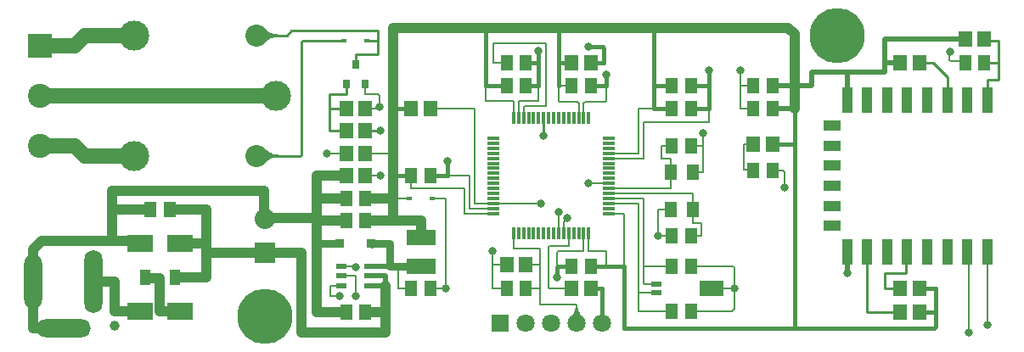
<source format=gtl>
G04*
G04 #@! TF.GenerationSoftware,Altium Limited,Altium Designer,22.8.2 (66)*
G04*
G04 Layer_Physical_Order=1*
G04 Layer_Color=255*
%FSLAX25Y25*%
%MOIN*%
G70*
G04*
G04 #@! TF.SameCoordinates,13EA9874-455B-4FA2-A727-6D6EF1C97DE0*
G04*
G04*
G04 #@! TF.FilePolarity,Positive*
G04*
G01*
G75*
%ADD18C,0.03937*%
%ADD19R,0.01181X0.04724*%
%ADD20R,0.04724X0.01181*%
%ADD21R,0.05315X0.05906*%
%ADD22R,0.05118X0.05906*%
%ADD23R,0.07087X0.03937*%
%ADD24R,0.03937X0.09843*%
%ADD25R,0.02323X0.01772*%
%ADD26R,0.03150X0.03543*%
%ADD27R,0.11811X0.06102*%
%ADD28R,0.03543X0.03740*%
%ADD29R,0.04331X0.02362*%
%ADD30R,0.09843X0.06693*%
%ADD31R,0.03937X0.06299*%
%ADD32R,0.09449X0.05906*%
%ADD33R,0.04921X0.06299*%
%ADD63C,0.00800*%
%ADD64C,0.04000*%
%ADD65C,0.00900*%
%ADD66C,0.01500*%
%ADD67C,0.03000*%
%ADD68C,0.02000*%
%ADD69C,0.06000*%
%ADD70C,0.05000*%
%ADD71C,0.09449*%
%ADD72R,0.09449X0.09449*%
%ADD73C,0.11811*%
%ADD74C,0.08661*%
%ADD75C,0.08661*%
%ADD76R,0.08000X0.08000*%
%ADD77C,0.08000*%
%ADD78O,0.07087X0.24803*%
%ADD79O,0.07087X0.21260*%
%ADD80O,0.21260X0.07087*%
%ADD81C,0.07087*%
%ADD82R,0.07087X0.07087*%
%ADD83C,0.21654*%
%ADD84C,0.03200*%
G36*
X98485Y124588D02*
X99006Y124150D01*
X99536Y123762D01*
X100076Y123427D01*
X100626Y123143D01*
X101185Y122910D01*
X101754Y122730D01*
X102333Y122600D01*
X102922Y122523D01*
X103520Y122497D01*
Y121597D01*
X102922Y121572D01*
X102333Y121494D01*
X101754Y121365D01*
X101185Y121184D01*
X100626Y120952D01*
X100076Y120668D01*
X99536Y120332D01*
X99006Y119945D01*
X98485Y119506D01*
X97975Y119016D01*
Y125079D01*
X98485Y124588D01*
D02*
G37*
G36*
X98485Y77344D02*
X99006Y76905D01*
X99536Y76518D01*
X100076Y76182D01*
X100626Y75898D01*
X101185Y75666D01*
X101754Y75485D01*
X102333Y75356D01*
X102922Y75279D01*
X103520Y75253D01*
Y74353D01*
X102922Y74327D01*
X102333Y74250D01*
X101754Y74121D01*
X101185Y73940D01*
X100626Y73708D01*
X100076Y73424D01*
X99536Y73088D01*
X99006Y72701D01*
X98485Y72262D01*
X97975Y71772D01*
Y77835D01*
X98485Y77344D01*
D02*
G37*
G36*
X221051Y15428D02*
X221113Y14943D01*
X221217Y14467D01*
X221363Y13999D01*
X221550Y13542D01*
X221779Y13093D01*
X222049Y12653D01*
X222361Y12223D01*
X222715Y11801D01*
X223110Y11389D01*
X218150D01*
X218545Y11801D01*
X218899Y12223D01*
X219211Y12653D01*
X219481Y13093D01*
X219710Y13542D01*
X219897Y13999D01*
X220043Y14467D01*
X220147Y14943D01*
X220209Y15428D01*
X220230Y15922D01*
X221030D01*
X221051Y15428D01*
D02*
G37*
G54D18*
X39370Y7874D02*
D03*
G54D19*
X225394Y44291D02*
D03*
X223425D02*
D03*
X221457D02*
D03*
X219488D02*
D03*
X217520D02*
D03*
X215551D02*
D03*
X213583D02*
D03*
X211614D02*
D03*
X209646D02*
D03*
X207677D02*
D03*
X205709D02*
D03*
X203740D02*
D03*
X201772D02*
D03*
X199803D02*
D03*
X197835D02*
D03*
X195866D02*
D03*
Y89567D02*
D03*
X197835D02*
D03*
X199803D02*
D03*
X201772D02*
D03*
X203740D02*
D03*
X205709D02*
D03*
X207677D02*
D03*
X209646D02*
D03*
X211614D02*
D03*
X213583D02*
D03*
X215551D02*
D03*
X217520D02*
D03*
X219488D02*
D03*
X221457D02*
D03*
X223425D02*
D03*
X225394D02*
D03*
G54D20*
X187992Y52165D02*
D03*
Y54134D02*
D03*
Y56102D02*
D03*
Y58071D02*
D03*
Y60039D02*
D03*
Y62008D02*
D03*
Y63976D02*
D03*
Y65945D02*
D03*
Y67913D02*
D03*
Y69882D02*
D03*
Y71850D02*
D03*
Y73819D02*
D03*
Y75787D02*
D03*
Y77756D02*
D03*
Y79724D02*
D03*
Y81693D02*
D03*
X233268D02*
D03*
Y79724D02*
D03*
Y77756D02*
D03*
Y75787D02*
D03*
Y73819D02*
D03*
Y71850D02*
D03*
Y69882D02*
D03*
Y67913D02*
D03*
Y65945D02*
D03*
Y63976D02*
D03*
Y62008D02*
D03*
Y60039D02*
D03*
Y58071D02*
D03*
Y56102D02*
D03*
Y54134D02*
D03*
Y52165D02*
D03*
G54D21*
X200591Y31988D02*
D03*
X193110D02*
D03*
X297539Y79232D02*
D03*
X290059D02*
D03*
X347638Y111221D02*
D03*
X355118D02*
D03*
X355118Y13287D02*
D03*
X347638D02*
D03*
X355118Y22638D02*
D03*
X347638D02*
D03*
X373228Y120571D02*
D03*
X380709D02*
D03*
X137598Y75787D02*
D03*
X130118D02*
D03*
X137598Y66929D02*
D03*
X130118D02*
D03*
X130118Y93504D02*
D03*
X137598D02*
D03*
X137598Y84646D02*
D03*
X130118D02*
D03*
X226181Y111221D02*
D03*
X218701D02*
D03*
X218701Y22638D02*
D03*
X226181D02*
D03*
X163189Y93504D02*
D03*
X155709D02*
D03*
G54D22*
X290059Y68898D02*
D03*
X297539D02*
D03*
X290059Y93504D02*
D03*
X297539D02*
D03*
X290059Y102362D02*
D03*
X297539D02*
D03*
X373228Y111221D02*
D03*
X380709D02*
D03*
X155709Y22638D02*
D03*
X163189D02*
D03*
X130118Y58071D02*
D03*
X137598D02*
D03*
X130118Y49213D02*
D03*
X137598D02*
D03*
X53347Y53642D02*
D03*
X60827D02*
D03*
X130118Y13287D02*
D03*
X137598D02*
D03*
X200591Y22638D02*
D03*
X193110D02*
D03*
X163189Y66929D02*
D03*
X155709D02*
D03*
X200591Y111221D02*
D03*
X193110D02*
D03*
X218701Y31496D02*
D03*
X226181D02*
D03*
X200591Y102362D02*
D03*
X193110D02*
D03*
X226181D02*
D03*
X218701D02*
D03*
X265551D02*
D03*
X258071D02*
D03*
X265551Y31496D02*
D03*
X258071D02*
D03*
X265551Y13780D02*
D03*
X258071D02*
D03*
X265551Y78740D02*
D03*
X258071D02*
D03*
Y43307D02*
D03*
X265551D02*
D03*
Y93504D02*
D03*
X258071D02*
D03*
G54D23*
X320866Y86614D02*
D03*
Y78740D02*
D03*
Y70866D02*
D03*
Y62992D02*
D03*
Y55118D02*
D03*
Y47244D02*
D03*
D03*
G54D24*
X381890Y96850D02*
D03*
Y37008D02*
D03*
X374016D02*
D03*
X366142D02*
D03*
X358268D02*
D03*
X350394D02*
D03*
X342520D02*
D03*
X334646D02*
D03*
X326772D02*
D03*
Y96850D02*
D03*
X334646D02*
D03*
X342520D02*
D03*
X350394D02*
D03*
X358268D02*
D03*
X366142D02*
D03*
X374016D02*
D03*
G54D25*
X129429Y120079D02*
D03*
X138287D02*
D03*
X163878Y58071D02*
D03*
X155020D02*
D03*
G54D26*
X137598Y102854D02*
D03*
X133858Y110728D02*
D03*
X130118Y102854D02*
D03*
G54D27*
X159449Y42520D02*
D03*
Y31299D02*
D03*
G54D28*
X140059Y40354D02*
D03*
X127657D02*
D03*
G54D29*
X139370Y31299D02*
D03*
Y27559D02*
D03*
Y23819D02*
D03*
X128347D02*
D03*
Y27559D02*
D03*
Y31299D02*
D03*
X251870Y24409D02*
D03*
Y20866D02*
D03*
G54D30*
X49213Y40354D02*
D03*
X64961D02*
D03*
X49213Y13780D02*
D03*
X64961D02*
D03*
G54D31*
X51181Y27067D02*
D03*
X62992D02*
D03*
G54D32*
X273721Y22638D02*
D03*
G54D33*
X257480Y53740D02*
D03*
X266142Y68307D02*
D03*
X257480D02*
D03*
X266142Y53740D02*
D03*
G54D63*
X142974Y93738D02*
X143209D01*
X301580Y68898D02*
X302165Y68312D01*
Y62500D02*
Y68312D01*
X223917Y95965D02*
X231815D01*
X232283Y96433D01*
X223425Y89567D02*
Y95473D01*
X223917Y95965D01*
X232283Y96433D02*
Y102362D01*
X213583Y96433D02*
X214051Y95965D01*
X220988D02*
X221457Y95496D01*
X213583Y96433D02*
Y102362D01*
X221457Y89567D02*
Y95496D01*
X214051Y95965D02*
X220988D01*
X223425Y89567D02*
X223425Y89567D01*
X226181Y101969D02*
Y102362D01*
X213090Y31004D02*
Y36933D01*
X297539Y68898D02*
X301580D01*
X133858Y19685D02*
Y27559D01*
X128347D02*
X133858D01*
X374508Y5413D02*
Y36516D01*
X367091Y112322D02*
Y115614D01*
X367126Y115650D01*
X367091Y112322D02*
X367559Y111853D01*
X372595D01*
X373228Y111221D01*
X270177Y78740D02*
Y83661D01*
X265551Y78740D02*
Y78740D01*
X270177D01*
Y68307D02*
Y78740D01*
X266142Y68307D02*
X270177D01*
X150591Y22638D02*
Y31299D01*
Y22638D02*
X155709D01*
X168823Y58071D02*
X169291Y57602D01*
X163878Y58071D02*
X168823D01*
X164665Y22638D02*
X169291D01*
X163189Y21161D02*
X164665Y22638D01*
X169291D02*
Y57602D01*
X185039Y96457D02*
Y102362D01*
Y96457D02*
X195866D01*
X208661Y94488D02*
Y119095D01*
X187992D02*
X208661D01*
X200272Y94488D02*
X208661D01*
X199803Y94020D02*
X200272Y94488D01*
X199803Y89567D02*
Y94020D01*
X205709Y96457D02*
Y102362D01*
X197835Y89567D02*
Y96457D01*
X205709D01*
X197835Y89567D02*
X197835D01*
X187992Y111221D02*
Y119095D01*
Y111221D02*
X193110D01*
X233268Y52165D02*
Y52165D01*
Y52165D02*
X239173D01*
Y31496D02*
Y52165D01*
X252461Y43307D02*
Y53740D01*
X245079Y20669D02*
Y56102D01*
X247047Y31496D02*
Y58071D01*
X233268D02*
Y58071D01*
X252461Y53740D02*
X257480D01*
X233268Y58071D02*
X247047D01*
X233268Y56102D02*
X245079D01*
X169783Y66929D02*
X178642D01*
Y54134D02*
Y66929D01*
X180610Y56102D02*
X187992D01*
X180610D02*
Y93504D01*
X163189D02*
X180610D01*
X176673Y52165D02*
Y62008D01*
X155709D02*
X176673D01*
X155709D02*
Y66929D01*
X137598Y75787D02*
X148622D01*
X286417Y69390D02*
X290551D01*
Y68898D02*
Y69390D01*
X286417D02*
Y79232D01*
X290551D01*
X282480Y22638D02*
Y31027D01*
X282012Y31496D02*
X282480Y31027D01*
X265551Y31496D02*
X282012D01*
X252461Y43307D02*
X258071D01*
Y43307D02*
Y43307D01*
X210091Y22638D02*
X218701D01*
X209622Y23106D02*
Y38901D01*
X210091Y39370D01*
X217520D01*
X209622Y23106D02*
X210091Y22638D01*
X213090Y36933D02*
X213559Y37402D01*
X223425D01*
X187992Y56102D02*
X187992Y56102D01*
X206693D02*
X206693Y56102D01*
X187992Y56102D02*
X206693D01*
X225394Y63976D02*
X233268D01*
X187500Y31988D02*
Y37402D01*
Y22638D02*
X193110D01*
X187500D02*
Y31988D01*
X193110D01*
X206201Y16240D02*
Y22638D01*
X195866Y44291D02*
X195866D01*
X206201Y16240D02*
X220630D01*
Y8858D02*
Y16240D01*
X284941Y102362D02*
Y108268D01*
Y93504D02*
Y102362D01*
X290059D01*
X284941Y93504D02*
X290059D01*
X272638Y108268D02*
X272638D01*
X213583Y52658D02*
X213583Y52658D01*
X213583Y44291D02*
Y52658D01*
X326772Y28543D02*
X326772D01*
X148622Y58071D02*
X155020D01*
X147638D02*
X148622D01*
X187992Y125000D02*
X187992D01*
X213090D02*
X213583D01*
X143209Y93738D02*
Y93973D01*
X142740Y93504D02*
X142974Y93738D01*
X137598Y98917D02*
X142740D01*
X137598Y93504D02*
X142740D01*
X143209Y93973D02*
Y98449D01*
X142740Y98917D02*
X143209Y98449D01*
X137598Y98917D02*
Y102854D01*
X217520Y44291D02*
X217520D01*
Y39370D02*
Y44291D01*
X217028Y50005D02*
Y50197D01*
X187992Y54134D02*
Y54134D01*
X137598Y66929D02*
X143701D01*
X122539Y75787D02*
X130118D01*
X215551Y44291D02*
Y48528D01*
X215551Y44291D02*
X215551Y44291D01*
Y48528D02*
X217028Y50005D01*
X381890Y37008D02*
X381890D01*
X381890Y8366D02*
Y37008D01*
X374016D02*
X374508Y36516D01*
X206201Y31988D02*
Y38386D01*
Y22638D02*
Y31988D01*
X200591D02*
X206201D01*
X200591Y22638D02*
X206201D01*
X195866Y38386D02*
X206201D01*
X195866D02*
Y44291D01*
X178642Y54134D02*
X187992D01*
X176673Y52165D02*
X187992D01*
X124016Y19685D02*
X127461D01*
X124016D02*
Y23819D01*
X128347D01*
Y31299D02*
X133858D01*
Y31004D02*
Y31299D01*
X247047Y88090D02*
X272638D01*
X247047Y73819D02*
Y88090D01*
X272638D02*
Y93504D01*
X245079D02*
X250984D01*
X245079Y75787D02*
Y93504D01*
X233268Y73819D02*
X247047D01*
X233268Y75787D02*
X245079D01*
X199803Y89567D02*
X199803D01*
X195866D02*
Y96457D01*
X195866Y89567D02*
X195866D01*
X223425Y37402D02*
Y44291D01*
X232283Y31496D02*
Y37402D01*
X225394D02*
X232283D01*
X225394D02*
Y44291D01*
X225394D02*
X225394D01*
X213583Y102362D02*
X218701D01*
X281496Y13780D02*
X282480Y14764D01*
Y22638D01*
X273721D02*
X282480D01*
X265551Y13780D02*
X281496D01*
X245079D02*
Y20669D01*
X245276Y20866D02*
X251870D01*
X245079Y20669D02*
X245276Y20866D01*
X247244Y24409D02*
X251870D01*
X247047Y24606D02*
X247244Y24409D01*
X245079Y13780D02*
X258071D01*
X247047Y24606D02*
Y31496D01*
X258071D01*
X253937Y78740D02*
X258071D01*
X253937Y73819D02*
Y78740D01*
X266142Y53740D02*
Y60039D01*
Y48228D02*
Y53740D01*
Y48228D02*
X269685D01*
Y43307D02*
Y48228D01*
X265551Y43307D02*
X269685D01*
X253937Y73819D02*
X257480D01*
Y68307D02*
Y73819D01*
Y62008D02*
Y68307D01*
X233268Y60039D02*
X266142D01*
X233268Y62008D02*
X257480D01*
G54D64*
X118602Y58071D02*
X130118D01*
X118602Y60532D02*
Y66929D01*
Y58071D02*
Y60532D01*
Y55114D02*
Y58071D01*
X98425Y50197D02*
X118602D01*
X97933Y50057D02*
Y61024D01*
X7382Y6890D02*
Y25394D01*
X118602Y50197D02*
Y54134D01*
X112697Y5413D02*
Y36557D01*
Y5413D02*
X145669D01*
X98425Y36557D02*
X112697D01*
X118602Y13287D02*
Y40354D01*
Y13287D02*
X130118D01*
X185039Y125000D02*
X187992D01*
X148622D02*
X185039D01*
X159449Y42520D02*
Y49213D01*
X148622D02*
X159449D01*
X148622Y66929D02*
Y75787D01*
Y58071D02*
Y66929D01*
Y75787D02*
Y93504D01*
X306102D02*
Y102362D01*
X250984Y125000D02*
X303759D01*
X306102Y122657D01*
Y102362D02*
Y122657D01*
X148622Y49213D02*
Y58071D01*
X213583Y125000D02*
X250984D01*
X187992D02*
X213090D01*
X148622Y93504D02*
Y125000D01*
X137598Y49213D02*
X148622D01*
X137598Y58071D02*
X147638D01*
X7382Y25394D02*
Y38011D01*
X118602Y40354D02*
Y49213D01*
Y66929D02*
X130118D01*
X118602Y49213D02*
Y50197D01*
Y49213D02*
X130118D01*
X145669Y13287D02*
Y23819D01*
X98425Y50057D02*
Y50197D01*
X137598Y13287D02*
X145669D01*
Y5413D02*
Y13287D01*
X97933Y50057D02*
X98425D01*
X38386Y61024D02*
X97933D01*
X38386Y53642D02*
Y61024D01*
X64961Y40354D02*
X75295D01*
Y36557D02*
Y40354D01*
Y27067D02*
Y36557D01*
X98425D01*
X75295Y40354D02*
Y53642D01*
X60827D02*
X75295D01*
X38386Y41339D02*
X48228D01*
X10709D02*
X38386D01*
Y53642D01*
X53347D01*
X48228Y41339D02*
X49213Y40354D01*
X7382Y38011D02*
X10709Y41339D01*
X7382Y6890D02*
X19193D01*
X31004Y25394D02*
X39370D01*
Y13780D02*
Y25394D01*
X62992Y27067D02*
X75295D01*
X51181Y26575D02*
X57087D01*
X51181D02*
Y27067D01*
X57087Y13780D02*
Y26575D01*
Y13780D02*
X64961D01*
X39370D02*
X49213D01*
G54D65*
X94882Y122047D02*
X106791D01*
X108760Y124016D02*
X142717D01*
X106791Y122047D02*
X108760Y124016D01*
X366142Y96850D02*
Y105807D01*
X360728Y111221D02*
X366142Y105807D01*
X355118Y111221D02*
X360728D01*
X137598Y84646D02*
X143701D01*
X94882Y74803D02*
X112170D01*
X112697Y75330D02*
Y119552D01*
X113224Y120079D02*
X129429D01*
X112170Y74803D02*
X112697Y75330D01*
Y119552D02*
X113224Y120079D01*
X334646Y13287D02*
Y37008D01*
Y13287D02*
X347638D01*
X349902Y28543D02*
Y37008D01*
X341535Y22638D02*
X347638D01*
X341535D02*
Y28543D01*
X349902D01*
Y37008D02*
X350394D01*
X386319Y111221D02*
Y120079D01*
Y104823D02*
Y111221D01*
X380709D02*
X386319D01*
X380709Y120079D02*
X386319D01*
X380709D02*
Y120571D01*
X381890Y104823D02*
X386319D01*
X381890Y96850D02*
Y104823D01*
X207677Y82677D02*
Y89567D01*
Y82677D02*
X207677D01*
X142717Y120079D02*
Y124016D01*
X123524Y98917D02*
X130118D01*
Y102854D01*
X123524Y93504D02*
Y98917D01*
Y84646D02*
Y93504D01*
X130118D01*
X123524Y84646D02*
X130118D01*
X142717Y114665D02*
Y120079D01*
X133858Y114665D02*
X142717D01*
X133858Y110728D02*
Y114665D01*
X138287Y120079D02*
X142717D01*
G54D66*
X226181Y102362D02*
X232283D01*
Y106791D01*
X213090Y27067D02*
Y31004D01*
X213583Y31496D01*
X218701D01*
X306102Y6890D02*
X360834D01*
X239173D02*
X306102D01*
Y79232D01*
X185039Y102362D02*
Y125000D01*
Y102362D02*
X193110D01*
X205709Y111221D02*
Y116142D01*
X200591Y111221D02*
X205709D01*
Y102362D02*
Y111221D01*
X232283Y31496D02*
X239173D01*
X226181D02*
X232283D01*
X239173Y6890D02*
Y31496D01*
X361713Y7768D02*
Y13287D01*
X360834Y6890D02*
X361713Y7768D01*
X298031Y79232D02*
X306102D01*
X163189Y66929D02*
X169783D01*
Y72835D01*
X148622Y66929D02*
X155709D01*
X306102Y79232D02*
Y93504D01*
X225394Y117618D02*
X230831D01*
X231299Y117149D01*
Y111221D02*
Y117149D01*
X226181Y111221D02*
X231299D01*
X230630Y8858D02*
Y22638D01*
X226181D02*
X230630D01*
X272638Y102362D02*
Y108268D01*
X355118Y22638D02*
X361713D01*
Y13287D02*
Y22638D01*
X355118Y13287D02*
X361713D01*
X250984Y102362D02*
Y125000D01*
X213583Y111221D02*
Y125000D01*
X148622Y93504D02*
X155709D01*
X213583Y102362D02*
Y111221D01*
X218701D01*
X272638Y93504D02*
Y102362D01*
X265551Y93504D02*
X272638D01*
X250984D02*
X258071D01*
X265551Y102362D02*
X272638D01*
X250984Y93504D02*
Y102362D01*
X200591D02*
X205709D01*
X250984D02*
X258071D01*
G54D67*
X118602Y40354D02*
X127657D01*
X147146Y31299D02*
X150591D01*
X147146D02*
Y40354D01*
X140059D02*
X147146D01*
X150591Y31299D02*
X159449D01*
X140059Y40276D02*
Y40354D01*
Y40276D02*
X140331Y40005D01*
G54D68*
X139370Y31299D02*
X147146D01*
X326772Y28543D02*
Y37008D01*
X297539Y93504D02*
X306102D01*
Y102362D02*
X312992D01*
X297539D02*
X306102D01*
X326772Y96850D02*
Y107776D01*
X312992D02*
X326772D01*
X341535D01*
Y111221D01*
X312992Y102362D02*
Y107776D01*
X341535Y111221D02*
X347638D01*
X341535D02*
Y120571D01*
X373228D01*
X145669Y23819D02*
Y27559D01*
X139370Y23819D02*
X145669D01*
X139370Y27559D02*
X145669D01*
G54D69*
X23622Y78740D02*
X27559Y74803D01*
X46850D01*
X9843Y78740D02*
X23622D01*
X27559Y122047D02*
X46850D01*
X23622Y118110D02*
X27559Y122047D01*
X9843Y118110D02*
X23622D01*
X9843Y98425D02*
X102756D01*
G54D70*
Y98425D02*
Y98425D01*
G54D71*
X9843Y78740D02*
D03*
Y98425D02*
D03*
G54D72*
Y118110D02*
D03*
G54D73*
X102756Y98425D02*
D03*
X46850Y122047D02*
D03*
Y74803D02*
D03*
G54D74*
X94882Y122047D02*
D03*
G54D75*
Y74803D02*
D03*
G54D76*
X98425Y36557D02*
D03*
G54D77*
Y50057D02*
D03*
G54D78*
X31004Y25394D02*
D03*
G54D79*
X7382D02*
D03*
G54D80*
X19193Y6890D02*
D03*
G54D81*
X200630Y8858D02*
D03*
X210630D02*
D03*
X220630D02*
D03*
X230630D02*
D03*
G54D82*
X190630D02*
D03*
G54D83*
X322835Y122047D02*
D03*
X98425Y11811D02*
D03*
G54D84*
X118602Y60532D02*
D03*
Y54134D02*
D03*
X302165Y62500D02*
D03*
X232283Y106791D02*
D03*
X213090Y27067D02*
D03*
X133858Y19685D02*
D03*
X374508Y5413D02*
D03*
X367126Y115650D02*
D03*
X270177Y83661D02*
D03*
X169291Y22638D02*
D03*
X148622Y49213D02*
D03*
X205709Y116142D02*
D03*
X252461Y43307D02*
D03*
X206693Y56102D02*
D03*
X225394Y117618D02*
D03*
Y63976D02*
D03*
X187500Y37402D02*
D03*
X284941Y108268D02*
D03*
X272638D02*
D03*
X169783Y72835D02*
D03*
X213583Y52658D02*
D03*
X326772Y28543D02*
D03*
X143209Y93973D02*
D03*
X217028Y50197D02*
D03*
X143701Y84646D02*
D03*
Y66929D02*
D03*
X118602D02*
D03*
X122539Y75787D02*
D03*
X381890Y8366D02*
D03*
X207677Y82677D02*
D03*
X127461Y19685D02*
D03*
X133858Y31004D02*
D03*
X282480Y22638D02*
D03*
M02*

</source>
